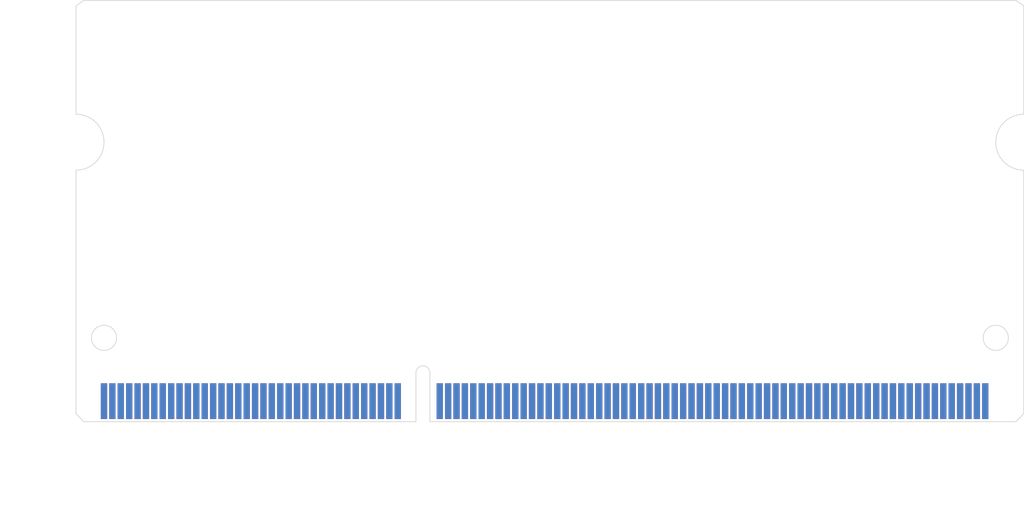
<source format=kicad_pcb>
(kicad_pcb (version 20171130) (host pcbnew "(5.1.4)-1")

  (general
    (thickness 1.1)
    (drawings 18)
    (tracks 0)
    (zones 0)
    (modules 1)
    (nets 6)
  )

  (page A4)
  (layers
    (0 F.Cu signal)
    (31 B.Cu signal)
    (32 B.Adhes user)
    (33 F.Adhes user)
    (34 B.Paste user)
    (35 F.Paste user)
    (36 B.SilkS user)
    (37 F.SilkS user)
    (38 B.Mask user)
    (39 F.Mask user)
    (40 Dwgs.User user)
    (41 Cmts.User user)
    (42 Eco1.User user)
    (43 Eco2.User user)
    (44 Edge.Cuts user)
    (45 Margin user)
    (46 B.CrtYd user)
    (47 F.CrtYd user)
    (48 B.Fab user)
    (49 F.Fab user)
  )

  (setup
    (last_trace_width 0.25)
    (trace_clearance 0.2)
    (zone_clearance 0.508)
    (zone_45_only no)
    (trace_min 0.2)
    (via_size 0.8)
    (via_drill 0.4)
    (via_min_size 0.4)
    (via_min_drill 0.3)
    (uvia_size 0.3)
    (uvia_drill 0.1)
    (uvias_allowed no)
    (uvia_min_size 0.2)
    (uvia_min_drill 0.1)
    (edge_width 0.05)
    (segment_width 0.2)
    (pcb_text_width 0.3)
    (pcb_text_size 1.5 1.5)
    (mod_edge_width 0.12)
    (mod_text_size 1 1)
    (mod_text_width 0.15)
    (pad_size 1.524 1.524)
    (pad_drill 0.762)
    (pad_to_mask_clearance 0.051)
    (solder_mask_min_width 0.25)
    (aux_axis_origin 0 0)
    (visible_elements 7FFFFFFF)
    (pcbplotparams
      (layerselection 0x010fc_ffffffff)
      (usegerberextensions false)
      (usegerberattributes false)
      (usegerberadvancedattributes false)
      (creategerberjobfile false)
      (excludeedgelayer true)
      (linewidth 0.100000)
      (plotframeref false)
      (viasonmask false)
      (mode 1)
      (useauxorigin false)
      (hpglpennumber 1)
      (hpglpenspeed 20)
      (hpglpendiameter 15.000000)
      (psnegative false)
      (psa4output false)
      (plotreference true)
      (plotvalue true)
      (plotinvisibletext false)
      (padsonsilk false)
      (subtractmaskfromsilk false)
      (outputformat 1)
      (mirror false)
      (drillshape 1)
      (scaleselection 1)
      (outputdirectory ""))
  )

  (net 0 "")
  (net 1 VDD)
  (net 2 VSS)
  (net 3 DQ15)
  (net 4 DQ14)
  (net 5 VTT)

  (net_class Default "Esta es la clase de red por defecto."
    (clearance 0.2)
    (trace_width 0.25)
    (via_dia 0.8)
    (via_drill 0.4)
    (uvia_dia 0.3)
    (uvia_drill 0.1)
    (add_net A0)
    (add_net A1)
    (add_net A10)
    (add_net A11)
    (add_net A12)
    (add_net A13)
    (add_net A14)
    (add_net A15)
    (add_net A2)
    (add_net A3)
    (add_net A4)
    (add_net A5)
    (add_net A6)
    (add_net A7)
    (add_net A8)
    (add_net A9)
    (add_net DQ14)
    (add_net DQ15)
    (add_net "Net-(R1-Pad~)")
    (add_net "Net-(R10-Pad~)")
    (add_net "Net-(R11-Pad~)")
    (add_net "Net-(R12-Pad~)")
    (add_net "Net-(R13-Pad~)")
    (add_net "Net-(R14-Pad~)")
    (add_net "Net-(R15-Pad~)")
    (add_net "Net-(R16-Pad~)")
    (add_net "Net-(R17-Pad~)")
    (add_net "Net-(R18-Pad~)")
    (add_net "Net-(R19-Pad~)")
    (add_net "Net-(R2-Pad~)")
    (add_net "Net-(R20-Pad~)")
    (add_net "Net-(R21-Pad~)")
    (add_net "Net-(R22-Pad~)")
    (add_net "Net-(R23-Pad~)")
    (add_net "Net-(R24-Pad~)")
    (add_net "Net-(R25-Pad~)")
    (add_net "Net-(R26-Pad~)")
    (add_net "Net-(R27-Pad~)")
    (add_net "Net-(R28-Pad~)")
    (add_net "Net-(R29-Pad~)")
    (add_net "Net-(R3-Pad~)")
    (add_net "Net-(R30-Pad~)")
    (add_net "Net-(R31-Pad~)")
    (add_net "Net-(R32-Pad~)")
    (add_net "Net-(R33-Pad~)")
    (add_net "Net-(R34-Pad~)")
    (add_net "Net-(R35-Pad~)")
    (add_net "Net-(R36-Pad~)")
    (add_net "Net-(R37-Pad~)")
    (add_net "Net-(R38-Pad~)")
    (add_net "Net-(R39-Pad~)")
    (add_net "Net-(R4-Pad~)")
    (add_net "Net-(R40-Pad~)")
    (add_net "Net-(R41-Pad~)")
    (add_net "Net-(R42-Pad~)")
    (add_net "Net-(R43-Pad~)")
    (add_net "Net-(R44-Pad~)")
    (add_net "Net-(R45-Pad~)")
    (add_net "Net-(R46-Pad~)")
    (add_net "Net-(R47-Pad~)")
    (add_net "Net-(R48-Pad~)")
    (add_net "Net-(R49-Pad~)")
    (add_net "Net-(R5-Pad~)")
    (add_net "Net-(R50-Pad~)")
    (add_net "Net-(R51-Pad~)")
    (add_net "Net-(R52-Pad~)")
    (add_net "Net-(R53-Pad~)")
    (add_net "Net-(R54-Pad~)")
    (add_net "Net-(R55-Pad~)")
    (add_net "Net-(R56-Pad~)")
    (add_net "Net-(R57-Pad~)")
    (add_net "Net-(R58-Pad~)")
    (add_net "Net-(R59-Pad~)")
    (add_net "Net-(R6-Pad~)")
    (add_net "Net-(R60-Pad~)")
    (add_net "Net-(R61-Pad~)")
    (add_net "Net-(R62-Pad~)")
    (add_net "Net-(R63-Pad~)")
    (add_net "Net-(R64-Pad~)")
    (add_net "Net-(R65-Pad~)")
    (add_net "Net-(R66-Pad~)")
    (add_net "Net-(R67-Pad~)")
    (add_net "Net-(R68-Pad~)")
    (add_net "Net-(R69-Pad~)")
    (add_net "Net-(R7-Pad~)")
    (add_net "Net-(R70-Pad~)")
    (add_net "Net-(R71-Pad~)")
    (add_net "Net-(R72-Pad~)")
    (add_net "Net-(R73-Pad~)")
    (add_net "Net-(R74-Pad~)")
    (add_net "Net-(R75-Pad~)")
    (add_net "Net-(R76-Pad~)")
    (add_net "Net-(R77-Pad~)")
    (add_net "Net-(R78-Pad~)")
    (add_net "Net-(R79-Pad~)")
    (add_net "Net-(R8-Pad~)")
    (add_net "Net-(R80-Pad~)")
    (add_net "Net-(R81-Pad~)")
    (add_net "Net-(R82-Pad~)")
    (add_net "Net-(R83-Pad~)")
    (add_net "Net-(R84-Pad~)")
    (add_net "Net-(R85-Pad~)")
    (add_net "Net-(R86-Pad~)")
    (add_net "Net-(R87-Pad~)")
    (add_net "Net-(R88-Pad~)")
    (add_net "Net-(R89-Pad~)")
    (add_net "Net-(R9-Pad~)")
    (add_net "Net-(R90-Pad~)")
    (add_net "Net-(U1-Pad122)")
    (add_net "Net-(U1-Pad125)")
    (add_net "Net-(U1-Pad198)")
    (add_net "Net-(U1-Pad77)")
    (add_net VDD)
    (add_net VSS)
    (add_net VTT)
  )

  (module DDR3:DDR3_SODIMM (layer F.Cu) (tedit 60202857) (tstamp 60208293)
    (at 2 -0.9)
    (path /60201C4E/60201D69)
    (fp_text reference U1 (at 1 9.5) (layer F.SilkS) hide
      (effects (font (size 1 1) (thickness 0.15)))
    )
    (fp_text value DDR3_SODIMM_PINOUT (at 1 8.5) (layer F.Fab)
      (effects (font (size 1 1) (thickness 0.15)))
    )
    (pad 1 smd rect (at 0 0) (size 0.45 2.55) (layers F.Cu F.Paste F.Mask)
      (net 1 VDD))
    (pad 3 smd rect (at 0.6 0) (size 0.45 2.55) (layers F.Cu F.Paste F.Mask)
      (net 2 VSS))
    (pad 5 smd rect (at 1.2 0) (size 0.45 2.55) (layers F.Cu F.Paste F.Mask))
    (pad 7 smd rect (at 1.8 0) (size 0.45 2.55) (layers F.Cu F.Paste F.Mask))
    (pad 9 smd rect (at 2.4 0) (size 0.45 2.55) (layers F.Cu F.Paste F.Mask)
      (net 2 VSS))
    (pad 11 smd rect (at 3 0) (size 0.45 2.55) (layers F.Cu F.Paste F.Mask))
    (pad 13 smd rect (at 3.6 0) (size 0.45 2.55) (layers F.Cu F.Paste F.Mask)
      (net 2 VSS))
    (pad 15 smd rect (at 4.2 0) (size 0.45 2.55) (layers F.Cu F.Paste F.Mask))
    (pad 17 smd rect (at 4.8 0) (size 0.45 2.55) (layers F.Cu F.Paste F.Mask))
    (pad 19 smd rect (at 5.4 0) (size 0.45 2.55) (layers F.Cu F.Paste F.Mask)
      (net 2 VSS))
    (pad 37 smd rect (at 10.8 0) (size 0.45 2.55) (layers F.Cu F.Paste F.Mask)
      (net 2 VSS))
    (pad 39 smd rect (at 11.4 0) (size 0.45 2.55) (layers F.Cu F.Paste F.Mask))
    (pad 35 smd rect (at 10.2 0) (size 0.45 2.55) (layers F.Cu F.Paste F.Mask))
    (pad 21 smd rect (at 6 0) (size 0.45 2.55) (layers F.Cu F.Paste F.Mask))
    (pad 25 smd rect (at 7.2 0) (size 0.45 2.55) (layers F.Cu F.Paste F.Mask)
      (net 2 VSS))
    (pad 31 smd rect (at 9 0) (size 0.45 2.55) (layers F.Cu F.Paste F.Mask)
      (net 2 VSS))
    (pad 29 smd rect (at 8.4 0) (size 0.45 2.55) (layers F.Cu F.Paste F.Mask))
    (pad 27 smd rect (at 7.8 0) (size 0.45 2.55) (layers F.Cu F.Paste F.Mask))
    (pad 33 smd rect (at 9.6 0) (size 0.45 2.55) (layers F.Cu F.Paste F.Mask))
    (pad 23 smd rect (at 6.6 0) (size 0.45 2.55) (layers F.Cu F.Paste F.Mask))
    (pad 57 smd rect (at 16.8 0) (size 0.45 2.55) (layers F.Cu F.Paste F.Mask))
    (pad 59 smd rect (at 17.4 0) (size 0.45 2.55) (layers F.Cu F.Paste F.Mask))
    (pad 55 smd rect (at 16.2 0) (size 0.45 2.55) (layers F.Cu F.Paste F.Mask)
      (net 2 VSS))
    (pad 41 smd rect (at 12 0) (size 0.45 2.55) (layers F.Cu F.Paste F.Mask))
    (pad 45 smd rect (at 13.2 0) (size 0.45 2.55) (layers F.Cu F.Paste F.Mask))
    (pad 51 smd rect (at 15 0) (size 0.45 2.55) (layers F.Cu F.Paste F.Mask))
    (pad 49 smd rect (at 14.4 0) (size 0.45 2.55) (layers F.Cu F.Paste F.Mask)
      (net 2 VSS))
    (pad 47 smd rect (at 13.8 0) (size 0.45 2.55) (layers F.Cu F.Paste F.Mask))
    (pad 53 smd rect (at 15.6 0) (size 0.45 2.55) (layers F.Cu F.Paste F.Mask))
    (pad 43 smd rect (at 12.6 0) (size 0.45 2.55) (layers F.Cu F.Paste F.Mask)
      (net 2 VSS))
    (pad 77 smd rect (at 25.2 0) (size 0.45 2.55) (layers F.Cu F.Paste F.Mask))
    (pad 79 smd rect (at 25.8 0) (size 0.45 2.55) (layers F.Cu F.Paste F.Mask)
      (net 3 DQ15))
    (pad 75 smd rect (at 24.6 0) (size 0.45 2.55) (layers F.Cu F.Paste F.Mask)
      (net 1 VDD))
    (pad 61 smd rect (at 18 0) (size 0.45 2.55) (layers F.Cu F.Paste F.Mask)
      (net 2 VSS))
    (pad 65 smd rect (at 19.2 0) (size 0.45 2.55) (layers F.Cu F.Paste F.Mask)
      (net 2 VSS))
    (pad 71 smd rect (at 21 0) (size 0.45 2.55) (layers F.Cu F.Paste F.Mask)
      (net 2 VSS))
    (pad 69 smd rect (at 20.4 0) (size 0.45 2.55) (layers F.Cu F.Paste F.Mask))
    (pad 67 smd rect (at 19.8 0) (size 0.45 2.55) (layers F.Cu F.Paste F.Mask))
    (pad 73 smd rect (at 24 0) (size 0.45 2.55) (layers F.Cu F.Paste F.Mask)
      (net 4 DQ14))
    (pad 63 smd rect (at 18.6 0) (size 0.45 2.55) (layers F.Cu F.Paste F.Mask))
    (pad 99 smd rect (at 31.8 0) (size 0.45 2.55) (layers F.Cu F.Paste F.Mask)
      (net 1 VDD))
    (pad 97 smd rect (at 31.2 0) (size 0.45 2.55) (layers F.Cu F.Paste F.Mask))
    (pad 93 smd rect (at 30 0) (size 0.45 2.55) (layers F.Cu F.Paste F.Mask)
      (net 1 VDD))
    (pad 89 smd rect (at 28.8 0) (size 0.45 2.55) (layers F.Cu F.Paste F.Mask))
    (pad 81 smd rect (at 26.4 0) (size 0.45 2.55) (layers F.Cu F.Paste F.Mask)
      (net 1 VDD))
    (pad 95 smd rect (at 30.6 0) (size 0.45 2.55) (layers F.Cu F.Paste F.Mask))
    (pad 87 smd rect (at 28.2 0) (size 0.45 2.55) (layers F.Cu F.Paste F.Mask)
      (net 1 VDD))
    (pad 91 smd rect (at 29.4 0) (size 0.45 2.55) (layers F.Cu F.Paste F.Mask))
    (pad 83 smd rect (at 27 0) (size 0.45 2.55) (layers F.Cu F.Paste F.Mask))
    (pad 85 smd rect (at 27.6 0) (size 0.45 2.55) (layers F.Cu F.Paste F.Mask))
    (pad 119 smd rect (at 37.8 0) (size 0.45 2.55) (layers F.Cu F.Paste F.Mask))
    (pad 117 smd rect (at 37.2 0) (size 0.45 2.55) (layers F.Cu F.Paste F.Mask)
      (net 1 VDD))
    (pad 113 smd rect (at 36 0) (size 0.45 2.55) (layers F.Cu F.Paste F.Mask)
      (net 3 DQ15))
    (pad 109 smd rect (at 34.8 0) (size 0.45 2.55) (layers F.Cu F.Paste F.Mask)
      (net 4 DQ14))
    (pad 101 smd rect (at 32.4 0) (size 0.45 2.55) (layers F.Cu F.Paste F.Mask)
      (net 4 DQ14))
    (pad 115 smd rect (at 36.6 0) (size 0.45 2.55) (layers F.Cu F.Paste F.Mask)
      (net 4 DQ14))
    (pad 107 smd rect (at 34.2 0) (size 0.45 2.55) (layers F.Cu F.Paste F.Mask))
    (pad 111 smd rect (at 35.4 0) (size 0.45 2.55) (layers F.Cu F.Paste F.Mask)
      (net 1 VDD))
    (pad 103 smd rect (at 33 0) (size 0.45 2.55) (layers F.Cu F.Paste F.Mask)
      (net 3 DQ15))
    (pad 105 smd rect (at 33.6 0) (size 0.45 2.55) (layers F.Cu F.Paste F.Mask)
      (net 1 VDD))
    (pad 139 smd rect (at 43.8 0) (size 0.45 2.55) (layers F.Cu F.Paste F.Mask)
      (net 2 VSS))
    (pad 137 smd rect (at 43.2 0) (size 0.45 2.55) (layers F.Cu F.Paste F.Mask))
    (pad 133 smd rect (at 42 0) (size 0.45 2.55) (layers F.Cu F.Paste F.Mask)
      (net 2 VSS))
    (pad 129 smd rect (at 40.8 0) (size 0.45 2.55) (layers F.Cu F.Paste F.Mask))
    (pad 121 smd rect (at 38.4 0) (size 0.45 2.55) (layers F.Cu F.Paste F.Mask))
    (pad 135 smd rect (at 42.6 0) (size 0.45 2.55) (layers F.Cu F.Paste F.Mask))
    (pad 127 smd rect (at 40.2 0) (size 0.45 2.55) (layers F.Cu F.Paste F.Mask)
      (net 2 VSS))
    (pad 131 smd rect (at 41.4 0) (size 0.45 2.55) (layers F.Cu F.Paste F.Mask))
    (pad 123 smd rect (at 39 0) (size 0.45 2.55) (layers F.Cu F.Paste F.Mask)
      (net 1 VDD))
    (pad 125 smd rect (at 39.6 0) (size 0.45 2.55) (layers F.Cu F.Paste F.Mask))
    (pad 159 smd rect (at 49.8 0) (size 0.45 2.55) (layers F.Cu F.Paste F.Mask))
    (pad 157 smd rect (at 49.2 0) (size 0.45 2.55) (layers F.Cu F.Paste F.Mask))
    (pad 153 smd rect (at 48 0) (size 0.45 2.55) (layers F.Cu F.Paste F.Mask))
    (pad 149 smd rect (at 46.8 0) (size 0.45 2.55) (layers F.Cu F.Paste F.Mask))
    (pad 141 smd rect (at 44.4 0) (size 0.45 2.55) (layers F.Cu F.Paste F.Mask))
    (pad 155 smd rect (at 48.6 0) (size 0.45 2.55) (layers F.Cu F.Paste F.Mask)
      (net 2 VSS))
    (pad 147 smd rect (at 46.2 0) (size 0.45 2.55) (layers F.Cu F.Paste F.Mask))
    (pad 151 smd rect (at 47.4 0) (size 0.45 2.55) (layers F.Cu F.Paste F.Mask)
      (net 2 VSS))
    (pad 143 smd rect (at 45 0) (size 0.45 2.55) (layers F.Cu F.Paste F.Mask))
    (pad 145 smd rect (at 45.6 0) (size 0.45 2.55) (layers F.Cu F.Paste F.Mask)
      (net 2 VSS))
    (pad 179 smd rect (at 55.8 0) (size 0.45 2.55) (layers F.Cu F.Paste F.Mask)
      (net 2 VSS))
    (pad 177 smd rect (at 55.2 0) (size 0.45 2.55) (layers F.Cu F.Paste F.Mask))
    (pad 173 smd rect (at 54 0) (size 0.45 2.55) (layers F.Cu F.Paste F.Mask)
      (net 2 VSS))
    (pad 169 smd rect (at 52.8 0) (size 0.45 2.55) (layers F.Cu F.Paste F.Mask))
    (pad 161 smd rect (at 50.4 0) (size 0.45 2.55) (layers F.Cu F.Paste F.Mask)
      (net 2 VSS))
    (pad 175 smd rect (at 54.6 0) (size 0.45 2.55) (layers F.Cu F.Paste F.Mask))
    (pad 167 smd rect (at 52.2 0) (size 0.45 2.55) (layers F.Cu F.Paste F.Mask)
      (net 2 VSS))
    (pad 171 smd rect (at 53.4 0) (size 0.45 2.55) (layers F.Cu F.Paste F.Mask))
    (pad 163 smd rect (at 51 0) (size 0.45 2.55) (layers F.Cu F.Paste F.Mask))
    (pad 165 smd rect (at 51.6 0) (size 0.45 2.55) (layers F.Cu F.Paste F.Mask))
    (pad 199 smd rect (at 61.8 0) (size 0.45 2.55) (layers F.Cu F.Paste F.Mask)
      (net 1 VDD))
    (pad 197 smd rect (at 61.2 0) (size 0.45 2.55) (layers F.Cu F.Paste F.Mask)
      (net 4 DQ14))
    (pad 193 smd rect (at 60 0) (size 0.45 2.55) (layers F.Cu F.Paste F.Mask))
    (pad 189 smd rect (at 58.8 0) (size 0.45 2.55) (layers F.Cu F.Paste F.Mask)
      (net 2 VSS))
    (pad 181 smd rect (at 56.4 0) (size 0.45 2.55) (layers F.Cu F.Paste F.Mask))
    (pad 195 smd rect (at 60.6 0) (size 0.45 2.55) (layers F.Cu F.Paste F.Mask)
      (net 2 VSS))
    (pad 187 smd rect (at 58.2 0) (size 0.45 2.55) (layers F.Cu F.Paste F.Mask))
    (pad 191 smd rect (at 59.4 0) (size 0.45 2.55) (layers F.Cu F.Paste F.Mask))
    (pad 183 smd rect (at 57 0) (size 0.45 2.55) (layers F.Cu F.Paste F.Mask))
    (pad 185 smd rect (at 57.6 0) (size 0.45 2.55) (layers F.Cu F.Paste F.Mask)
      (net 2 VSS))
    (pad 201 smd rect (at 62.4 0) (size 0.45 2.55) (layers F.Cu F.Paste F.Mask)
      (net 3 DQ15))
    (pad 203 smd rect (at 63 0) (size 0.45 2.55) (layers F.Cu F.Paste F.Mask)
      (net 5 VTT))
    (pad 202 smd rect (at 62.4 0) (size 0.45 2.55) (layers B.Cu B.Paste B.Mask)
      (net 3 DQ15))
    (pad 204 smd rect (at 63 0) (size 0.45 2.55) (layers B.Cu B.Paste B.Mask)
      (net 5 VTT))
    (pad 50 smd rect (at 14.4 0) (size 0.45 2.55) (layers B.Cu B.Paste B.Mask))
    (pad 44 smd rect (at 12.6 0) (size 0.45 2.55) (layers B.Cu B.Paste B.Mask)
      (net 2 VSS))
    (pad 52 smd rect (at 15 0) (size 0.45 2.55) (layers B.Cu B.Paste B.Mask))
    (pad 54 smd rect (at 15.6 0) (size 0.45 2.55) (layers B.Cu B.Paste B.Mask)
      (net 2 VSS))
    (pad 48 smd rect (at 13.8 0) (size 0.45 2.55) (layers B.Cu B.Paste B.Mask)
      (net 2 VSS))
    (pad 58 smd rect (at 16.8 0) (size 0.45 2.55) (layers B.Cu B.Paste B.Mask))
    (pad 60 smd rect (at 17.4 0) (size 0.45 2.55) (layers B.Cu B.Paste B.Mask)
      (net 2 VSS))
    (pad 46 smd rect (at 13.2 0) (size 0.45 2.55) (layers B.Cu B.Paste B.Mask))
    (pad 42 smd rect (at 12 0) (size 0.45 2.55) (layers B.Cu B.Paste B.Mask))
    (pad 56 smd rect (at 16.2 0) (size 0.45 2.55) (layers B.Cu B.Paste B.Mask))
    (pad 112 smd rect (at 35.4 0) (size 0.45 2.55) (layers B.Cu B.Paste B.Mask)
      (net 1 VDD))
    (pad 110 smd rect (at 34.8 0) (size 0.45 2.55) (layers B.Cu B.Paste B.Mask)
      (net 3 DQ15))
    (pad 114 smd rect (at 36 0) (size 0.45 2.55) (layers B.Cu B.Paste B.Mask))
    (pad 118 smd rect (at 37.2 0) (size 0.45 2.55) (layers B.Cu B.Paste B.Mask)
      (net 1 VDD))
    (pad 104 smd rect (at 33 0) (size 0.45 2.55) (layers B.Cu B.Paste B.Mask)
      (net 3 DQ15))
    (pad 120 smd rect (at 37.8 0) (size 0.45 2.55) (layers B.Cu B.Paste B.Mask)
      (net 3 DQ15))
    (pad 108 smd rect (at 34.2 0) (size 0.45 2.55) (layers B.Cu B.Paste B.Mask)
      (net 4 DQ14))
    (pad 106 smd rect (at 33.6 0) (size 0.45 2.55) (layers B.Cu B.Paste B.Mask)
      (net 1 VDD))
    (pad 102 smd rect (at 32.4 0) (size 0.45 2.55) (layers B.Cu B.Paste B.Mask)
      (net 4 DQ14))
    (pad 116 smd rect (at 36.6 0) (size 0.45 2.55) (layers B.Cu B.Paste B.Mask)
      (net 4 DQ14))
    (pad 90 smd rect (at 28.8 0) (size 0.45 2.55) (layers B.Cu B.Paste B.Mask))
    (pad 84 smd rect (at 27 0) (size 0.45 2.55) (layers B.Cu B.Paste B.Mask))
    (pad 86 smd rect (at 27.6 0) (size 0.45 2.55) (layers B.Cu B.Paste B.Mask))
    (pad 88 smd rect (at 28.2 0) (size 0.45 2.55) (layers B.Cu B.Paste B.Mask)
      (net 1 VDD))
    (pad 82 smd rect (at 26.4 0) (size 0.45 2.55) (layers B.Cu B.Paste B.Mask)
      (net 1 VDD))
    (pad 98 smd rect (at 31.2 0) (size 0.45 2.55) (layers B.Cu B.Paste B.Mask))
    (pad 100 smd rect (at 31.8 0) (size 0.45 2.55) (layers B.Cu B.Paste B.Mask)
      (net 1 VDD))
    (pad 94 smd rect (at 30 0) (size 0.45 2.55) (layers B.Cu B.Paste B.Mask)
      (net 1 VDD))
    (pad 92 smd rect (at 29.4 0) (size 0.45 2.55) (layers B.Cu B.Paste B.Mask))
    (pad 96 smd rect (at 30.6 0) (size 0.45 2.55) (layers B.Cu B.Paste B.Mask))
    (pad 80 smd rect (at 25.8 0) (size 0.45 2.55) (layers B.Cu B.Paste B.Mask))
    (pad 78 smd rect (at 25.2 0) (size 0.45 2.55) (layers B.Cu B.Paste B.Mask))
    (pad 74 smd rect (at 24 0) (size 0.45 2.55) (layers B.Cu B.Paste B.Mask)
      (net 3 DQ15))
    (pad 70 smd rect (at 20.4 0) (size 0.45 2.55) (layers B.Cu B.Paste B.Mask))
    (pad 62 smd rect (at 18 0) (size 0.45 2.55) (layers B.Cu B.Paste B.Mask))
    (pad 76 smd rect (at 24.6 0) (size 0.45 2.55) (layers B.Cu B.Paste B.Mask)
      (net 1 VDD))
    (pad 68 smd rect (at 19.8 0) (size 0.45 2.55) (layers B.Cu B.Paste B.Mask))
    (pad 72 smd rect (at 21 0) (size 0.45 2.55) (layers B.Cu B.Paste B.Mask)
      (net 2 VSS))
    (pad 64 smd rect (at 18.6 0) (size 0.45 2.55) (layers B.Cu B.Paste B.Mask))
    (pad 66 smd rect (at 19.2 0) (size 0.45 2.55) (layers B.Cu B.Paste B.Mask)
      (net 2 VSS))
    (pad 22 smd rect (at 6 0) (size 0.45 2.55) (layers B.Cu B.Paste B.Mask))
    (pad 30 smd rect (at 8.4 0) (size 0.45 2.55) (layers B.Cu B.Paste B.Mask)
      (net 3 DQ15))
    (pad 28 smd rect (at 7.8 0) (size 0.45 2.55) (layers B.Cu B.Paste B.Mask))
    (pad 26 smd rect (at 7.2 0) (size 0.45 2.55) (layers B.Cu B.Paste B.Mask)
      (net 2 VSS))
    (pad 24 smd rect (at 6.6 0) (size 0.45 2.55) (layers B.Cu B.Paste B.Mask))
    (pad 32 smd rect (at 9 0) (size 0.45 2.55) (layers B.Cu B.Paste B.Mask)
      (net 2 VSS))
    (pad 34 smd rect (at 9.6 0) (size 0.45 2.55) (layers B.Cu B.Paste B.Mask))
    (pad 36 smd rect (at 10.2 0) (size 0.45 2.55) (layers B.Cu B.Paste B.Mask))
    (pad 40 smd rect (at 11.4 0) (size 0.45 2.55) (layers B.Cu B.Paste B.Mask))
    (pad 18 smd rect (at 4.8 0) (size 0.45 2.55) (layers B.Cu B.Paste B.Mask))
    (pad 20 smd rect (at 5.4 0) (size 0.45 2.55) (layers B.Cu B.Paste B.Mask)
      (net 2 VSS))
    (pad 38 smd rect (at 10.8 0) (size 0.45 2.55) (layers B.Cu B.Paste B.Mask)
      (net 2 VSS))
    (pad 16 smd rect (at 4.2 0) (size 0.45 2.55) (layers B.Cu B.Paste B.Mask))
    (pad 190 smd rect (at 58.8 0) (size 0.45 2.55) (layers B.Cu B.Paste B.Mask)
      (net 2 VSS))
    (pad 192 smd rect (at 59.4 0) (size 0.45 2.55) (layers B.Cu B.Paste B.Mask))
    (pad 198 smd rect (at 61.2 0) (size 0.45 2.55) (layers B.Cu B.Paste B.Mask))
    (pad 194 smd rect (at 60 0) (size 0.45 2.55) (layers B.Cu B.Paste B.Mask))
    (pad 184 smd rect (at 57 0) (size 0.45 2.55) (layers B.Cu B.Paste B.Mask)
      (net 2 VSS))
    (pad 196 smd rect (at 60.6 0) (size 0.45 2.55) (layers B.Cu B.Paste B.Mask)
      (net 2 VSS))
    (pad 200 smd rect (at 61.8 0) (size 0.45 2.55) (layers B.Cu B.Paste B.Mask)
      (net 4 DQ14))
    (pad 186 smd rect (at 57.6 0) (size 0.45 2.55) (layers B.Cu B.Paste B.Mask))
    (pad 182 smd rect (at 56.4 0) (size 0.45 2.55) (layers B.Cu B.Paste B.Mask))
    (pad 188 smd rect (at 58.2 0) (size 0.45 2.55) (layers B.Cu B.Paste B.Mask))
    (pad 168 smd rect (at 52.2 0) (size 0.45 2.55) (layers B.Cu B.Paste B.Mask)
      (net 2 VSS))
    (pad 164 smd rect (at 51 0) (size 0.45 2.55) (layers B.Cu B.Paste B.Mask))
    (pad 178 smd rect (at 55.2 0) (size 0.45 2.55) (layers B.Cu B.Paste B.Mask)
      (net 2 VSS))
    (pad 176 smd rect (at 54.6 0) (size 0.45 2.55) (layers B.Cu B.Paste B.Mask))
    (pad 174 smd rect (at 54 0) (size 0.45 2.55) (layers B.Cu B.Paste B.Mask))
    (pad 172 smd rect (at 53.4 0) (size 0.45 2.55) (layers B.Cu B.Paste B.Mask)
      (net 2 VSS))
    (pad 162 smd rect (at 50.4 0) (size 0.45 2.55) (layers B.Cu B.Paste B.Mask)
      (net 2 VSS))
    (pad 166 smd rect (at 51.6 0) (size 0.45 2.55) (layers B.Cu B.Paste B.Mask))
    (pad 170 smd rect (at 52.8 0) (size 0.45 2.55) (layers B.Cu B.Paste B.Mask))
    (pad 180 smd rect (at 55.8 0) (size 0.45 2.55) (layers B.Cu B.Paste B.Mask))
    (pad 146 smd rect (at 45.6 0) (size 0.45 2.55) (layers B.Cu B.Paste B.Mask))
    (pad 152 smd rect (at 47.4 0) (size 0.45 2.55) (layers B.Cu B.Paste B.Mask))
    (pad 160 smd rect (at 49.8 0) (size 0.45 2.55) (layers B.Cu B.Paste B.Mask))
    (pad 148 smd rect (at 46.2 0) (size 0.45 2.55) (layers B.Cu B.Paste B.Mask))
    (pad 150 smd rect (at 46.8 0) (size 0.45 2.55) (layers B.Cu B.Paste B.Mask)
      (net 2 VSS))
    (pad 156 smd rect (at 48.6 0) (size 0.45 2.55) (layers B.Cu B.Paste B.Mask)
      (net 2 VSS))
    (pad 144 smd rect (at 45 0) (size 0.45 2.55) (layers B.Cu B.Paste B.Mask)
      (net 2 VSS))
    (pad 142 smd rect (at 44.4 0) (size 0.45 2.55) (layers B.Cu B.Paste B.Mask))
    (pad 158 smd rect (at 49.2 0) (size 0.45 2.55) (layers B.Cu B.Paste B.Mask))
    (pad 154 smd rect (at 48 0) (size 0.45 2.55) (layers B.Cu B.Paste B.Mask))
    (pad 130 smd rect (at 40.8 0) (size 0.45 2.55) (layers B.Cu B.Paste B.Mask))
    (pad 140 smd rect (at 43.8 0) (size 0.45 2.55) (layers B.Cu B.Paste B.Mask))
    (pad 122 smd rect (at 38.4 0) (size 0.45 2.55) (layers B.Cu B.Paste B.Mask))
    (pad 128 smd rect (at 40.2 0) (size 0.45 2.55) (layers B.Cu B.Paste B.Mask)
      (net 2 VSS))
    (pad 132 smd rect (at 41.4 0) (size 0.45 2.55) (layers B.Cu B.Paste B.Mask))
    (pad 136 smd rect (at 42.6 0) (size 0.45 2.55) (layers B.Cu B.Paste B.Mask))
    (pad 134 smd rect (at 42 0) (size 0.45 2.55) (layers B.Cu B.Paste B.Mask)
      (net 2 VSS))
    (pad 138 smd rect (at 43.2 0) (size 0.45 2.55) (layers B.Cu B.Paste B.Mask)
      (net 2 VSS))
    (pad 126 smd rect (at 39.6 0) (size 0.45 2.55) (layers B.Cu B.Paste B.Mask)
      (net 1 VDD))
    (pad 124 smd rect (at 39 0) (size 0.45 2.55) (layers B.Cu B.Paste B.Mask)
      (net 1 VDD))
    (pad 2 smd rect (at 0 0) (size 0.45 2.55) (layers B.Cu B.Paste B.Mask)
      (net 2 VSS))
    (pad 6 smd rect (at 1.2 0) (size 0.45 2.55) (layers B.Cu B.Paste B.Mask))
    (pad 12 smd rect (at 3 0) (size 0.45 2.55) (layers B.Cu B.Paste B.Mask))
    (pad 10 smd rect (at 2.4 0) (size 0.45 2.55) (layers B.Cu B.Paste B.Mask))
    (pad 8 smd rect (at 1.8 0) (size 0.45 2.55) (layers B.Cu B.Paste B.Mask)
      (net 2 VSS))
    (pad 14 smd rect (at 3.6 0) (size 0.45 2.55) (layers B.Cu B.Paste B.Mask)
      (net 2 VSS))
    (pad 4 smd rect (at 0.6 0) (size 0.45 2.55) (layers B.Cu B.Paste B.Mask))
  )

  (gr_circle (center 65.75 -5.43) (end 66.65 -5.43) (layer Edge.Cuts) (width 0.05))
  (gr_circle (center 2 -5.43) (end 2.9 -5.43) (layer Edge.Cuts) (width 0.05))
  (gr_arc (start 67.75 -19.43) (end 67.75 -21.43) (angle -180) (layer Edge.Cuts) (width 0.05))
  (gr_arc (start 0 -19.43) (end 0 -17.43) (angle -180) (layer Edge.Cuts) (width 0.05))
  (gr_arc (start 24.8 -2.93) (end 25.3 -2.93) (angle -180) (layer Edge.Cuts) (width 0.05))
  (gr_line (start 0 0) (end 0 -17.43) (layer Edge.Cuts) (width 0.05))
  (gr_line (start 0 -21.43) (end 0 -29.19) (layer Edge.Cuts) (width 0.05))
  (gr_line (start 0.57 -29.58) (end 67.18 -29.58) (layer Edge.Cuts) (width 0.05))
  (gr_line (start 0 -29.19) (end 0.57 -29.58) (layer Edge.Cuts) (width 0.05))
  (gr_line (start 67.18 -29.58) (end 67.75 -29.19) (layer Edge.Cuts) (width 0.05))
  (gr_line (start 67.75 -29.19) (end 67.75 -21.43) (layer Edge.Cuts) (width 0.05))
  (gr_line (start 0.57 0.57) (end 0 0) (layer Edge.Cuts) (width 0.05))
  (gr_line (start 24.3 0.57) (end 0.57 0.57) (layer Edge.Cuts) (width 0.05))
  (gr_line (start 24.3 -2.93) (end 24.3 0.57) (layer Edge.Cuts) (width 0.05))
  (gr_line (start 67.75 -17.43) (end 67.75 0) (layer Edge.Cuts) (width 0.05))
  (gr_line (start 67.75 0) (end 67.18 0.57) (layer Edge.Cuts) (width 0.05))
  (gr_line (start 67.18 0.57) (end 25.3 0.57) (layer Edge.Cuts) (width 0.05) (tstamp 601FDDFB))
  (gr_line (start 25.3 0.57) (end 25.3 -2.93) (layer Edge.Cuts) (width 0.05))

)

</source>
